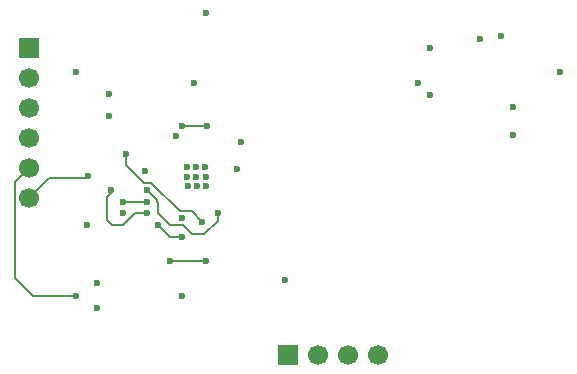
<source format=gbr>
%TF.GenerationSoftware,KiCad,Pcbnew,9.0.2*%
%TF.CreationDate,2025-07-03T13:44:50+05:30*%
%TF.ProjectId,Battery Charger and Protection,42617474-6572-4792-9043-686172676572,rev?*%
%TF.SameCoordinates,Original*%
%TF.FileFunction,Copper,L3,Inr*%
%TF.FilePolarity,Positive*%
%FSLAX46Y46*%
G04 Gerber Fmt 4.6, Leading zero omitted, Abs format (unit mm)*
G04 Created by KiCad (PCBNEW 9.0.2) date 2025-07-03 13:44:50*
%MOMM*%
%LPD*%
G01*
G04 APERTURE LIST*
%TA.AperFunction,ComponentPad*%
%ADD10R,1.700000X1.700000*%
%TD*%
%TA.AperFunction,ComponentPad*%
%ADD11C,1.700000*%
%TD*%
%TA.AperFunction,ViaPad*%
%ADD12C,0.600000*%
%TD*%
%TA.AperFunction,Conductor*%
%ADD13C,0.200000*%
%TD*%
G04 APERTURE END LIST*
D10*
%TO.N,VCC*%
%TO.C,J2*%
X46000000Y-48000000D03*
D11*
%TO.N,GND*%
X46000000Y-50540000D03*
%TO.N,/SDA*%
X46000000Y-53080000D03*
%TO.N,/SCL*%
X46000000Y-55620000D03*
%TO.N,/INT*%
X46000000Y-58160000D03*
%TO.N,/CE*%
X46000000Y-60700000D03*
%TD*%
D10*
%TO.N,VCC*%
%TO.C,J6*%
X68000000Y-74000000D03*
D11*
%TO.N,GND*%
X70540000Y-74000000D03*
X73080000Y-74000000D03*
X75620000Y-74000000D03*
%TD*%
D12*
%TO.N,GND*%
X60210000Y-58110000D03*
X59410000Y-58910000D03*
X60270000Y-59720000D03*
X64000000Y-56000000D03*
X79000000Y-51000000D03*
X91000000Y-50000000D03*
X60980000Y-58110000D03*
X67729692Y-67609692D03*
X60990000Y-58920000D03*
X59460000Y-59710000D03*
X60220000Y-58920000D03*
X61040000Y-59720000D03*
X50000000Y-50000000D03*
X59400000Y-58100000D03*
X61000000Y-45000000D03*
X60000000Y-51000000D03*
%TO.N,VCC*%
X58465421Y-55487872D03*
X51790000Y-67880000D03*
X51810000Y-70020000D03*
X63655868Y-58261714D03*
%TO.N,/CE*%
X59000000Y-64000000D03*
X57000000Y-63000000D03*
X51046232Y-58857228D03*
%TO.N,/INT*%
X50000000Y-69000000D03*
%TO.N,/SDA*%
X56000000Y-62000000D03*
X53000000Y-60000000D03*
%TO.N,/SCL*%
X50992089Y-63000000D03*
X54000000Y-61000000D03*
X56000000Y-61000000D03*
%TO.N,/REGN*%
X58998442Y-54618753D03*
X61150016Y-54625784D03*
%TO.N,Net-(U2-COUT)*%
X80000000Y-48000000D03*
X80000000Y-52000000D03*
%TO.N,Net-(U2-V-)*%
X84254483Y-47254483D03*
X86000000Y-47000000D03*
%TO.N,Net-(Q1-Pad5)*%
X87000000Y-53000000D03*
X87010000Y-55370000D03*
%TO.N,Net-(D201-A)*%
X61000000Y-66000000D03*
X58000000Y-66000000D03*
%TO.N,Net-(D201-K)*%
X55857817Y-58410929D03*
X54000000Y-62000000D03*
%TO.N,Net-(U200-ILIM)*%
X54254683Y-56994525D03*
X60715634Y-62696097D03*
%TO.N,Net-(U200-TS)*%
X56000000Y-60000000D03*
X52785144Y-53785144D03*
X62000000Y-62000000D03*
X52785144Y-51893327D03*
%TO.N,Net-(U200-OTG)*%
X59000000Y-62400000D03*
X59000000Y-69000000D03*
%TD*%
D13*
%TO.N,/CE*%
X51046232Y-58857228D02*
X50903460Y-59000000D01*
X58000000Y-64000000D02*
X59000000Y-64000000D01*
X47700000Y-59000000D02*
X46000000Y-60700000D01*
X50903460Y-59000000D02*
X47700000Y-59000000D01*
X57000000Y-63000000D02*
X58000000Y-64000000D01*
%TO.N,/INT*%
X46372240Y-69000000D02*
X50000000Y-69000000D01*
X44849000Y-59311000D02*
X44849000Y-67476760D01*
X46000000Y-58160000D02*
X44849000Y-59311000D01*
X44849000Y-67476760D02*
X46372240Y-69000000D01*
%TO.N,/SDA*%
X52644117Y-62539851D02*
X53104266Y-63000000D01*
X53000000Y-60000000D02*
X53000000Y-60296068D01*
X53104266Y-63000000D02*
X54000000Y-63000000D01*
X52644117Y-60651951D02*
X52644117Y-62539851D01*
X54000000Y-63000000D02*
X55000000Y-62000000D01*
X55000000Y-62000000D02*
X56000000Y-62000000D01*
X53000000Y-60296068D02*
X52644117Y-60651951D01*
%TO.N,/SCL*%
X54000000Y-61000000D02*
X56000000Y-61000000D01*
%TO.N,/REGN*%
X60517200Y-54625784D02*
X61150016Y-54625784D01*
X60517200Y-54625784D02*
X60510169Y-54618753D01*
X58998442Y-54618753D02*
X60510169Y-54618753D01*
%TO.N,Net-(D201-A)*%
X58000000Y-66000000D02*
X61000000Y-66000000D01*
%TO.N,Net-(U200-ILIM)*%
X58799000Y-61799000D02*
X59818537Y-61799000D01*
X55751057Y-59399000D02*
X56399000Y-59399000D01*
X54254683Y-56994525D02*
X54254683Y-57902626D01*
X54254683Y-57902626D02*
X55751057Y-59399000D01*
X56399000Y-59399000D02*
X58799000Y-61799000D01*
X59818537Y-61799000D02*
X60715634Y-62696097D01*
%TO.N,Net-(U200-TS)*%
X62000000Y-62000000D02*
X62000000Y-62637487D01*
X62000000Y-62637487D02*
X62000000Y-62641402D01*
X57000000Y-61135152D02*
X56864848Y-61000000D01*
X59048818Y-63000000D02*
X58000000Y-63000000D01*
X57000000Y-62000000D02*
X57000000Y-61135152D01*
X62000000Y-62641402D02*
X60858971Y-63782431D01*
X60858971Y-63782431D02*
X59831249Y-63782431D01*
X56864848Y-61000000D02*
X56864848Y-60864848D01*
X59831249Y-63782431D02*
X59048818Y-63000000D01*
X56864848Y-60864848D02*
X56000000Y-60000000D01*
X62000000Y-62637487D02*
X62001958Y-62639445D01*
X58000000Y-63000000D02*
X57000000Y-62000000D01*
%TD*%
M02*

</source>
